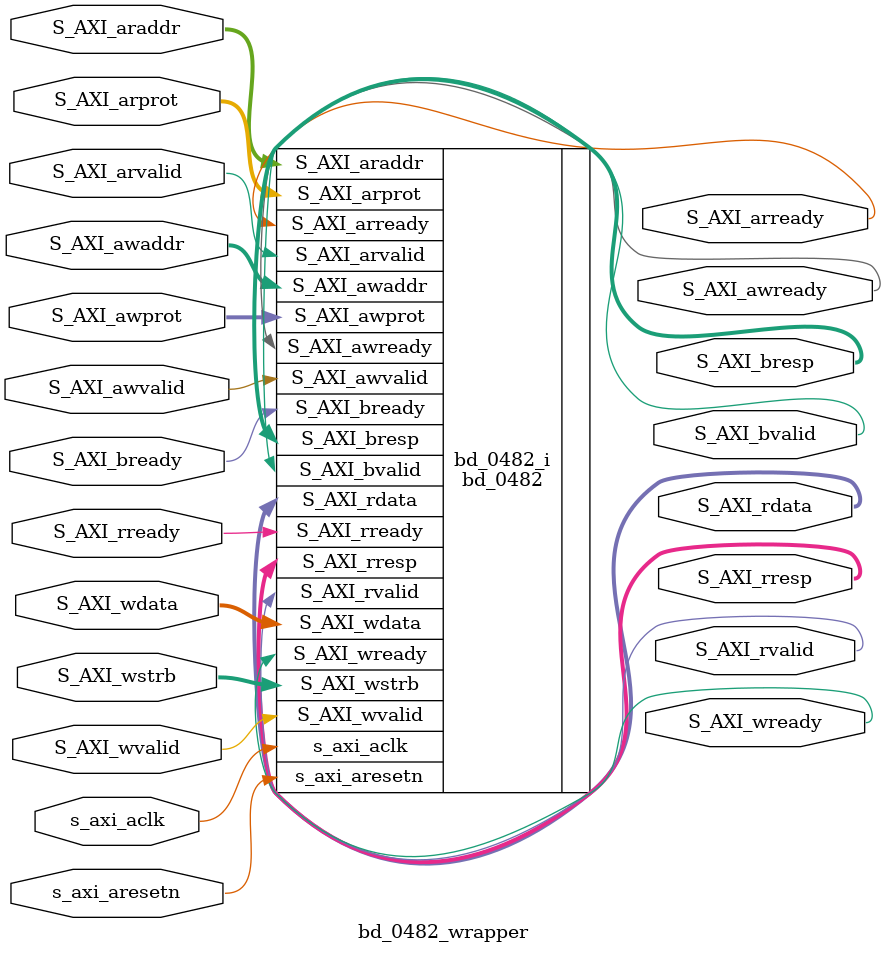
<source format=v>
`timescale 1 ps / 1 ps

module bd_0482_wrapper
   (S_AXI_araddr,
    S_AXI_arprot,
    S_AXI_arready,
    S_AXI_arvalid,
    S_AXI_awaddr,
    S_AXI_awprot,
    S_AXI_awready,
    S_AXI_awvalid,
    S_AXI_bready,
    S_AXI_bresp,
    S_AXI_bvalid,
    S_AXI_rdata,
    S_AXI_rready,
    S_AXI_rresp,
    S_AXI_rvalid,
    S_AXI_wdata,
    S_AXI_wready,
    S_AXI_wstrb,
    S_AXI_wvalid,
    s_axi_aclk,
    s_axi_aresetn);
  input [4:0]S_AXI_araddr;
  input [2:0]S_AXI_arprot;
  output S_AXI_arready;
  input S_AXI_arvalid;
  input [4:0]S_AXI_awaddr;
  input [2:0]S_AXI_awprot;
  output S_AXI_awready;
  input S_AXI_awvalid;
  input S_AXI_bready;
  output [1:0]S_AXI_bresp;
  output S_AXI_bvalid;
  output [31:0]S_AXI_rdata;
  input S_AXI_rready;
  output [1:0]S_AXI_rresp;
  output S_AXI_rvalid;
  input [31:0]S_AXI_wdata;
  output S_AXI_wready;
  input [3:0]S_AXI_wstrb;
  input S_AXI_wvalid;
  input s_axi_aclk;
  input s_axi_aresetn;

  wire [4:0]S_AXI_araddr;
  wire [2:0]S_AXI_arprot;
  wire S_AXI_arready;
  wire S_AXI_arvalid;
  wire [4:0]S_AXI_awaddr;
  wire [2:0]S_AXI_awprot;
  wire S_AXI_awready;
  wire S_AXI_awvalid;
  wire S_AXI_bready;
  wire [1:0]S_AXI_bresp;
  wire S_AXI_bvalid;
  wire [31:0]S_AXI_rdata;
  wire S_AXI_rready;
  wire [1:0]S_AXI_rresp;
  wire S_AXI_rvalid;
  wire [31:0]S_AXI_wdata;
  wire S_AXI_wready;
  wire [3:0]S_AXI_wstrb;
  wire S_AXI_wvalid;
  wire s_axi_aclk;
  wire s_axi_aresetn;

  bd_0482 bd_0482_i
       (.S_AXI_araddr(S_AXI_araddr),
        .S_AXI_arprot(S_AXI_arprot),
        .S_AXI_arready(S_AXI_arready),
        .S_AXI_arvalid(S_AXI_arvalid),
        .S_AXI_awaddr(S_AXI_awaddr),
        .S_AXI_awprot(S_AXI_awprot),
        .S_AXI_awready(S_AXI_awready),
        .S_AXI_awvalid(S_AXI_awvalid),
        .S_AXI_bready(S_AXI_bready),
        .S_AXI_bresp(S_AXI_bresp),
        .S_AXI_bvalid(S_AXI_bvalid),
        .S_AXI_rdata(S_AXI_rdata),
        .S_AXI_rready(S_AXI_rready),
        .S_AXI_rresp(S_AXI_rresp),
        .S_AXI_rvalid(S_AXI_rvalid),
        .S_AXI_wdata(S_AXI_wdata),
        .S_AXI_wready(S_AXI_wready),
        .S_AXI_wstrb(S_AXI_wstrb),
        .S_AXI_wvalid(S_AXI_wvalid),
        .s_axi_aclk(s_axi_aclk),
        .s_axi_aresetn(s_axi_aresetn));
endmodule

</source>
